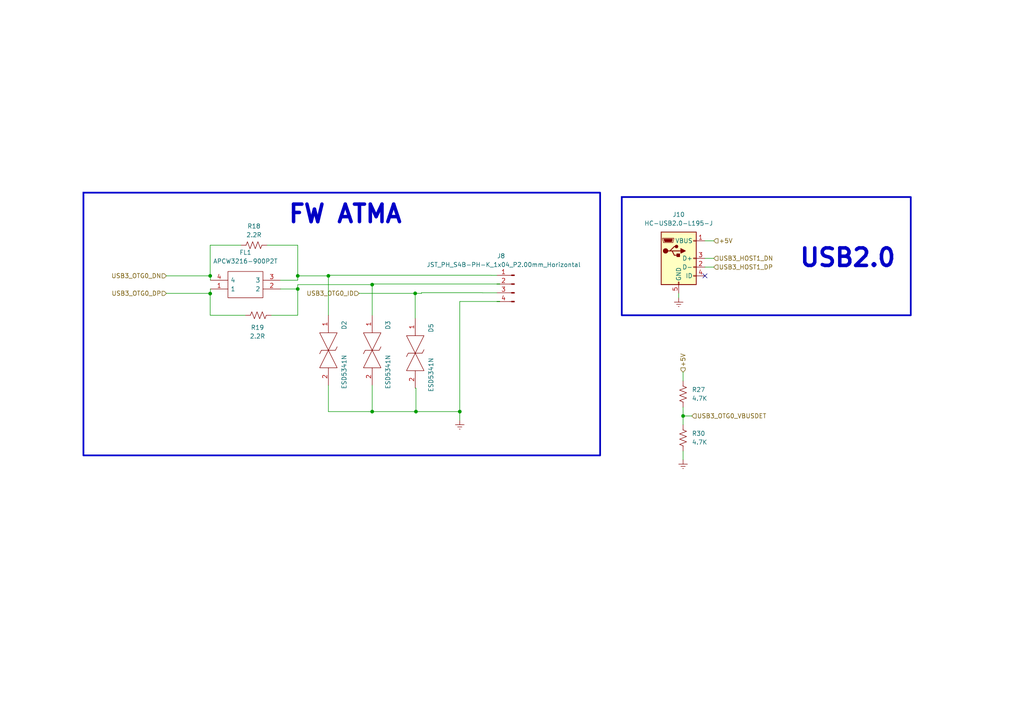
<source format=kicad_sch>
(kicad_sch (version 20231120) (generator "eeschema") (generator_version "8.0")
  (paper "A4")
  (lib_symbols
    (symbol "Connector:Conn_01x04_Pin" (pin_names (offset 1.016) hide)
      (property "Reference" "J" (at 0 5.08 0))
      (property "Value" "Conn_01x04_Pin" (at 0 -7.62 0))
      (symbol "Conn_01x04_Pin_1_1"
        (polyline (pts (xy 1.27 -5.08) (xy 0.8636 -5.08)) (stroke (width 0.1524)))
        (polyline (pts (xy 1.27 -2.54) (xy 0.8636 -2.54)) (stroke (width 0.1524)))
        (polyline (pts (xy 1.27 0) (xy 0.8636 0)) (stroke (width 0.1524)))
        (polyline (pts (xy 1.27 2.54) (xy 0.8636 2.54)) (stroke (width 0.1524)))
        (rectangle (start 0.8636 -4.953) (end 0 -5.207) (stroke (width 0.1524)) (fill (type outline)))
        (rectangle (start 0.8636 -2.413) (end 0 -2.667) (stroke (width 0.1524)) (fill (type outline)))
        (rectangle (start 0.8636 0.127) (end 0 -0.127) (stroke (width 0.1524)) (fill (type outline)))
        (rectangle (start 0.8636 2.667) (end 0 2.413) (stroke (width 0.1524)) (fill (type outline)))
        (pin passive line (at 5.08 2.54 180) (length 3.81) (name "Pin_1") (number "1"))
        (pin passive line (at 5.08 0 180) (length 3.81) (name "Pin_2") (number "2"))
        (pin passive line (at 5.08 -2.54 180) (length 3.81) (name "Pin_3") (number "3"))
        (pin passive line (at 5.08 -5.08 180) (length 3.81) (name "Pin_4") (number "4"))
      )
    )
    (symbol "Connector:USB_B_Mini" (pin_names (offset 1.016))
      (property "Reference" "J29" (at 0 12.7 0))
      (property "Value" "USB_B_Mini" (at 0 10.16 0))
      (symbol "USB_B_Mini_0_1"
        (rectangle (start -5.08 -7.62) (end 5.08 7.62) (stroke (width 0.254)) (fill (type background)))
        (circle (center -3.81 2.159) (radius 0.635) (stroke (width 0.254)) (fill (type outline)))
        (circle (center -0.635 3.429) (radius 0.381) (stroke (width 0.254)) (fill (type outline)))
        (rectangle (start -0.127 -7.62) (end 0.127 -6.858))
        (polyline (pts (xy -1.905 2.159) (xy 0.635 2.159)) (stroke (width 0.254)))
        (polyline (pts (xy -3.175 2.159) (xy -2.54 2.159) (xy -1.27 3.429) (xy -0.635 3.429)) (stroke (width 0.254)))
        (polyline (pts (xy -2.54 2.159) (xy -1.905 2.159) (xy -1.27 0.889) (xy 0 0.889)) (stroke (width 0.254)))
        (polyline (pts (xy 0.635 2.794) (xy 0.635 1.524) (xy 1.905 2.159) (xy 0.635 2.794)) (stroke (width 0.254)) (fill (type outline)))
        (polyline (pts (xy -4.318 5.588) (xy -1.778 5.588) (xy -2.032 4.826) (xy -4.064 4.826) (xy -4.318 5.588)) (fill (type outline)))
        (polyline (pts (xy -4.699 5.842) (xy -4.699 5.588) (xy -4.445 4.826) (xy -4.445 4.572) (xy -1.651 4.572) (xy -1.651 4.826) (xy -1.397 5.588) (xy -1.397 5.842) (xy -4.699 5.842)))
        (rectangle (start 0.254 1.27) (end -0.508 0.508) (stroke (width 0.254)) (fill (type outline)))
        (rectangle (start 5.08 -5.207) (end 4.318 -4.953))
        (rectangle (start 5.08 -2.667) (end 4.318 -2.413))
        (rectangle (start 5.08 -0.127) (end 4.318 0.127))
        (rectangle (start 5.08 4.953) (end 4.318 5.207))
      )
      (symbol "USB_B_Mini_1_1"
        (pin power_out line (at 7.62 5.08 180) (length 2.54) (name "VBUS") (number "1"))
        (pin bidirectional line (at 7.62 -2.54 180) (length 2.54) (name "D-") (number "2"))
        (pin bidirectional line (at 7.62 0 180) (length 2.54) (name "D+") (number "3"))
        (pin passive line (at 7.62 -5.08 180) (length 2.54) (name "ID") (number "4"))
        (pin power_out line (at 0 -10.16 90) (length 2.54) (name "GND") (number "5"))
      )
    )
    (symbol "DLW31SN900SQ2L:DLW31SN900SQ2L" (pin_names (offset 0.762))
      (property "Reference" "FL" (at 16.51 7.62 0))
      (property "Value" "DLW31SN900SQ2L" (at 16.51 5.08 0))
      (symbol "DLW31SN900SQ2L_0_0"
        (pin passive line (at 0 -2.54 0) (length 5.08) (name "1") (number "1"))
        (pin passive line (at 20.32 -2.54 180) (length 5.08) (name "2") (number "2"))
        (pin passive line (at 20.32 0 180) (length 5.08) (name "3") (number "3"))
        (pin passive line (at 0 0 0) (length 5.08) (name "4") (number "4"))
      )
      (symbol "DLW31SN900SQ2L_0_1"
        (polyline (pts (xy 5.08 2.54) (xy 15.24 2.54) (xy 15.24 -5.08) (xy 5.08 -5.08) (xy 5.08 2.54)) (stroke (width 0.1524)))
      )
    )
    (symbol "Device:R_US" (pin_numbers hide) (pin_names (offset 0))
      (property "Reference" "R" (at 2.54 0 90))
      (property "Value" "R_US" (at -2.54 0 90))
      (symbol "R_US_0_1"
        (polyline (pts (xy 0 -2.286) (xy 0 -2.54)))
        (polyline (pts (xy 0 2.286) (xy 0 2.54)))
        (polyline (pts (xy 0 -0.762) (xy 1.016 -1.143) (xy 0 -1.524) (xy -1.016 -1.905) (xy 0 -2.286)))
        (polyline (pts (xy 0 0.762) (xy 1.016 0.381) (xy 0 0) (xy -1.016 -0.381) (xy 0 -0.762)))
        (polyline (pts (xy 0 2.286) (xy 1.016 1.905) (xy 0 1.524) (xy -1.016 1.143) (xy 0 0.762)))
      )
      (symbol "R_US_1_1"
        (pin passive line (at 0 3.81 270) (length 1.27) (name "~") (number "1"))
        (pin passive line (at 0 -3.81 90) (length 1.27) (name "~") (number "2"))
      )
    )
    (symbol "SP0402B-ULC-01ETG:SP0402B-ULC-01ETG" (pin_names (offset 0.762))
      (property "Reference" "D" (at 12.7 8.89 0))
      (property "Value" "SP0402B-ULC-01ETG" (at 12.7 6.35 0))
      (symbol "SP0402B-ULC-01ETG_0_0"
        (pin passive line (at 0 0 0) (length 5.08) (name "~") (number "1"))
        (pin passive line (at 20.32 0 180) (length 5.08) (name "~") (number "2"))
      )
      (symbol "SP0402B-ULC-01ETG_0_1"
        (polyline (pts (xy 9.144 2.54) (xy 10.16 2.032)) (stroke (width 0.1524)))
        (polyline (pts (xy 10.16 -2.032) (xy 10.16 2.032)) (stroke (width 0.1524)))
        (polyline (pts (xy 10.16 -2.032) (xy 11.176 -2.54)) (stroke (width 0.1524)))
        (polyline (pts (xy 10.16 0) (xy 5.08 -2.54) (xy 5.08 2.54) (xy 10.16 0)) (stroke (width 0.1524)))
        (polyline (pts (xy 10.16 0) (xy 15.24 -2.54) (xy 15.24 2.54) (xy 10.16 0)) (stroke (width 0.1524)))
      )
    )
    (symbol "power:Earth" (power) (pin_names (offset 0))
      (symbol "Earth_0_1"
        (polyline (pts (xy -0.635 -1.905) (xy 0.635 -1.905)))
        (polyline (pts (xy -0.127 -2.54) (xy 0.127 -2.54)))
        (polyline (pts (xy 0 -1.27) (xy 0 0)))
        (polyline (pts (xy 1.27 -1.27) (xy -1.27 -1.27)))
      )
      (symbol "Earth_1_1"
        (pin power_in line (at 0 0 270) (length 0) hide (name "Earth") (number "1"))
      )
    )
  )
  (junction (at 86.36 83.821))
  (junction (at 60.96 80.01))
  (junction (at 60.96 85.1528))
  (junction (at 95.25 80.01))
  (junction (at 107.95 119.38))
  (junction (at 120.4199 85.09))
  (junction (at 86.36 80.01))
  (junction (at 133.35 119.38))
  (junction (at 107.95 82.55))
  (junction (at 198.12 120.65))
  (junction (at 120.6443 119.38))
  (no_connect (at 204.47 80.01))
  (wire (pts (xy 133.35 87.4483) (xy 144.9353 87.4483)))
  (wire (pts (xy 196.85 85.09) (xy 196.85 86.36)))
  (wire (pts (xy 198.12 118.11) (xy 198.12 120.65)))
  (wire (pts (xy 95.25 79.8283) (xy 95.25 80.01)))
  (wire (pts (xy 207.01 77.47) (xy 204.47 77.47)))
  (wire (pts (xy 107.95 82.3683) (xy 144.9353 82.3683)))
  (wire (pts (xy 77.47 71.12) (xy 86.36 71.12)))
  (wire (pts (xy 95.25 119.38) (xy 95.25 111.76)))
  (wire (pts (xy 133.35 119.38) (xy 133.35 121.92)))
  (wire (pts (xy 60.96 91.44) (xy 60.96 85.1528)))
  (wire (pts (xy 86.36 91.44) (xy 78.74 91.44)))
  (wire (pts (xy 198.12 130.81) (xy 198.12 133.35)))
  (wire (pts (xy 142.4952 79.8494) (xy 144.1337 79.8494)))
  (wire (pts (xy 86.36 83.821) (xy 86.36 91.44)))
  (wire (pts (xy 107.95 82.55) (xy 107.95 91.44)))
  (wire (pts (xy 60.96 85.1528) (xy 60.96 85.09)))
  (wire (pts (xy 71.12 91.44) (xy 60.96 91.44)))
  (wire (pts (xy 95.25 119.38) (xy 107.95 119.38)))
  (wire (pts (xy 60.96 71.12) (xy 60.96 80.01)))
  (wire (pts (xy 133.35 87.4483) (xy 133.35 119.38)))
  (wire (pts (xy 122.2387 84.9083) (xy 139.9552 84.9083)))
  (wire (pts (xy 120.6443 119.38) (xy 120.6443 112.5943)))
  (wire (pts (xy 120.4199 85.09) (xy 120.4199 92.2743)))
  (wire (pts (xy 120.4199 92.2743) (xy 120.4368 92.2743)))
  (wire (pts (xy 86.36 81.281) (xy 86.36 80.01)))
  (wire (pts (xy 144.9353 82.3894) (xy 144.1337 82.3894)))
  (wire (pts (xy 144.9353 82.3683) (xy 144.9353 82.3894)))
  (wire (pts (xy 48.26 85.09) (xy 60.96 85.09)))
  (wire (pts (xy 207.01 74.93) (xy 204.47 74.93)))
  (wire (pts (xy 139.9552 84.9294) (xy 144.1337 84.9294)))
  (wire (pts (xy 69.85 71.12) (xy 60.96 71.12)))
  (wire (pts (xy 198.12 107.95) (xy 198.12 110.49)))
  (wire (pts (xy 207.01 69.85) (xy 204.47 69.85)))
  (wire (pts (xy 122.2387 84.9083) (xy 122.2387 85.09)))
  (wire (pts (xy 61.03 80.01) (xy 60.96 80.01)))
  (wire (pts (xy 107.95 119.38) (xy 120.6443 119.38)))
  (wire (pts (xy 120.6443 112.5943) (xy 120.4368 112.5943)))
  (wire (pts (xy 95.25 80.01) (xy 95.25 91.44)))
  (wire (pts (xy 198.12 120.65) (xy 198.12 123.19)))
  (wire (pts (xy 61.03 81.281) (xy 61.03 80.01)))
  (wire (pts (xy 122.2387 85.09) (xy 120.4199 85.09)))
  (wire (pts (xy 142.4952 79.8283) (xy 142.4952 79.8494)))
  (wire (pts (xy 144.9353 87.4483) (xy 144.9353 87.4694)))
  (wire (pts (xy 104.14 85.09) (xy 120.4199 85.09)))
  (wire (pts (xy 81.35 83.821) (xy 86.36 83.821)))
  (wire (pts (xy 95.25 79.8283) (xy 142.4952 79.8283)))
  (wire (pts (xy 61.03 85.1528) (xy 60.96 85.1528)))
  (wire (pts (xy 120.6443 119.38) (xy 133.35 119.38)))
  (wire (pts (xy 48.26 80.01) (xy 60.96 80.01)))
  (wire (pts (xy 61.03 83.821) (xy 61.03 85.1528)))
  (wire (pts (xy 200.66 120.65) (xy 198.12 120.65)))
  (wire (pts (xy 81.35 81.281) (xy 86.36 81.281)))
  (wire (pts (xy 139.9552 84.9083) (xy 139.9552 84.9294)))
  (wire (pts (xy 107.95 82.55) (xy 86.36 82.55)))
  (wire (pts (xy 144.9353 87.4694) (xy 144.1337 87.4694)))
  (wire (pts (xy 86.36 82.55) (xy 86.36 83.821)))
  (wire (pts (xy 107.95 119.38) (xy 107.95 111.76)))
  (wire (pts (xy 107.95 82.3683) (xy 107.95 82.55)))
  (wire (pts (xy 86.36 71.12) (xy 86.36 80.01)))
  (wire (pts (xy 86.36 80.01) (xy 95.25 80.01)))
  (rectangle (start 180.34 57.15) (end 264.16 91.44) (stroke (width 0.5)))
  (rectangle (start 24.2 55.881) (end 174.06 132.081) (stroke (width 0.5)))
  (text "USB2.0" (at 245.872 74.93 0) (effects (font (size 5.08 5.08) (bold yes))))
  (text "FW ATMA" (at 100.146 62.231 0) (effects (font (size 5.08 5.08) (bold yes))))
  (hierarchical_label "USB3_OTG0_DP" (shape input) (at 48.26 85.09 180))
  (hierarchical_label "USB3_HOST1_DP" (shape input) (at 207.01 77.47 0))
  (hierarchical_label "USB3_OTG0_VBUSDET" (shape input) (at 200.66 120.65 0))
  (hierarchical_label "USB3_OTG0_ID" (shape input) (at 104.14 85.09 180))
  (hierarchical_label "+5V" (shape input) (at 207.01 69.85 0))
  (hierarchical_label "+5V" (shape input) (at 198.12 107.95 90))
  (hierarchical_label "USB3_HOST1_DN" (shape input) (at 207.01 74.93 0))
  (hierarchical_label "USB3_OTG0_DN" (shape input) (at 48.26 80.01 180))
  (symbol (lib_id "Connector:Conn_01x04_Pin") (at 149.2137 82.3894 0) (mirror y) (unit 1)
    (property "Reference" "J8" (at 145.3288 74.2403 0))
    (property "Value" "JST_PH_S4B-PH-K_1x04_P2.00mm_Horizontal" (at 146.0908 76.7803 0))
    (property "Footprint" "Connector_JST:JST_PH_S4B-PH-K_1x04_P2.00mm_Horizontal" (effects (hide yes)))
    (property "Description" "Generic connector, single row, 01x04, script generated" (effects (hide yes)))
  )
  (symbol (lib_id "Device:R_US") (at 73.66 71.12 90) (unit 1)
    (property "Reference" "R18" (at 73.66 65.6043 90))
    (property "Value" "2.2R" (at 73.66 68.1443 90))
    (property "Footprint" "Resistor_SMD:R_0402_1005Metric" (effects (hide yes)))
    (property "Description" "Resistor, US symbol" (effects (hide yes)))
    (property "MPN" "0402WGF220KTCE" (effects (hide yes)))
  )
  (symbol (lib_id "SP0402B-ULC-01ETG:SP0402B-ULC-01ETG") (at 120.4368 92.2743 270) (unit 1)
    (property "Reference" "D5" (at 125.0088 93.7983 0) (effects (justify left)))
    (property "Value" "ESD5341N" (at 125.0088 103.7043 0) (effects (justify left)))
    (property "Footprint" "Footprint Library:ESD5341N" (effects (hide yes)))
    (property "Datasheet" "https://www.mouser.com/datasheet/2/240/Littelfuse_TVS_Diode_Array_Ultra_Low_Capacitance_D-1021420.pdf" (effects (hide yes)))
    (property "Description" "ESD Suppressors / TVS Diodes 5V .13pF 20kV" (effects (hide yes)))
    (property "Manufacturer_Name" "LITTELFUSE" (effects (hide yes)))
    (property "Manufacturer_Part_Number" "SP0402B-ULC-01ETG" (effects (hide yes)))
    (property "Mouser Part Number" "576-SP0402BULC-01ETG" (effects (hide yes)))
    (property "Mouser Price/Stock" "https://www.mouser.co.uk/ProductDetail/Littelfuse/SP0402B-ULC-01ETG?qs=lM4gFlnEeENx4cnTNlk34g%3D%3D" (effects (hide yes)))
    (property "Arrow Part Number" "SP0402B-ULC-01ETG" (effects (hide yes)))
    (property "Arrow Price/Stock" "https://www.arrow.com/en/products/sp0402b-ulc-01etg/littelfuse?region=nac" (effects (hide yes)))
    (property "MPN" "ESD5341N" (effects (hide yes)))
  )
  (symbol (lib_id "power:Earth") (at 198.12 133.35 0) (unit 1)
    (property "Reference" "#PWR010" (effects (hide yes)))
    (property "Value" "Earth" (effects (hide yes)))
    (property "Description" "Power symbol creates a global label with name \"Earth\"" (effects (hide yes)))
  )
  (symbol (lib_id "SP0402B-ULC-01ETG:SP0402B-ULC-01ETG") (at 95.25 91.44 270) (unit 1)
    (property "Reference" "D2" (at 99.822 92.964 0) (effects (justify left)))
    (property "Value" "ESD5341N" (at 99.822 102.87 0) (effects (justify left)))
    (property "Footprint" "Footprint Library:ESD5341N" (effects (hide yes)))
    (property "Datasheet" "https://www.mouser.com/datasheet/2/240/Littelfuse_TVS_Diode_Array_Ultra_Low_Capacitance_D-1021420.pdf" (effects (hide yes)))
    (property "Description" "ESD Suppressors / TVS Diodes 5V .13pF 20kV" (effects (hide yes)))
    (property "Manufacturer_Name" "LITTELFUSE" (effects (hide yes)))
    (property "Manufacturer_Part_Number" "SP0402B-ULC-01ETG" (effects (hide yes)))
    (property "Mouser Part Number" "576-SP0402BULC-01ETG" (effects (hide yes)))
    (property "Mouser Price/Stock" "https://www.mouser.co.uk/ProductDetail/Littelfuse/SP0402B-ULC-01ETG?qs=lM4gFlnEeENx4cnTNlk34g%3D%3D" (effects (hide yes)))
    (property "Arrow Part Number" "SP0402B-ULC-01ETG" (effects (hide yes)))
    (property "Arrow Price/Stock" "https://www.arrow.com/en/products/sp0402b-ulc-01etg/littelfuse?region=nac" (effects (hide yes)))
    (property "MPN" "ESD5341N" (effects (hide yes)))
  )
  (symbol (lib_id "DLW31SN900SQ2L:DLW31SN900SQ2L") (at 61.03 81.281 0) (unit 1)
    (property "Reference" "FL1" (at 71.19 73.2243 0))
    (property "Value" "APCW3216-900P2T" (at 71.19 75.7643 0))
    (property "Footprint" "DLW31SN900SQ2L:DLW31SH222SQ2L" (effects (hide yes)))
    (property "Datasheet" "https://www.murata.com/en-us/products/productdetail?partno=DLW31SN900SQ2%23" (effects (hide yes)))
    (property "Description" "Common mode choke SMD 1206 370mA 90R Murata DLW31S Series Wire-wound SMD Inductor +/-25% Wire-Wound 370mA Idc" (effects (hide yes)))
    (property "Height" "2.1" (effects (hide yes)))
    (property "Manufacturer_Name" "Murata Electronics" (effects (hide yes)))
    (property "Manufacturer_Part_Number" "DLW31SN900SQ2L" (effects (hide yes)))
    (property "Mouser Part Number" "81-DLW31SN900SQ2L" (effects (hide yes)))
    (property "Mouser Price/Stock" "https://www.mouser.co.uk/ProductDetail/Murata-Electronics/DLW31SN900SQ2L?qs=MvDi5e8ZjmVQKH%2F%2FPPGwmg%3D%3D" (effects (hide yes)))
    (property "Arrow Part Number" "DLW31SN900SQ2L" (effects (hide yes)))
    (property "Arrow Price/Stock" "https://www.arrow.com/en/products/dlw31sn900sq2l/murata-manufacturing?region=nac" (effects (hide yes)))
    (property "MPN" "APCW3216-900P2T" (effects (hide yes)))
  )
  (symbol (lib_id "SP0402B-ULC-01ETG:SP0402B-ULC-01ETG") (at 107.95 91.44 270) (unit 1)
    (property "Reference" "D3" (at 112.522 92.964 0) (effects (justify left)))
    (property "Value" "ESD5341N" (at 112.522 102.87 0) (effects (justify left)))
    (property "Footprint" "Footprint Library:ESD5341N" (effects (hide yes)))
    (property "Datasheet" "https://www.mouser.com/datasheet/2/240/Littelfuse_TVS_Diode_Array_Ultra_Low_Capacitance_D-1021420.pdf" (effects (hide yes)))
    (property "Description" "ESD Suppressors / TVS Diodes 5V .13pF 20kV" (effects (hide yes)))
    (property "Manufacturer_Name" "LITTELFUSE" (effects (hide yes)))
    (property "Manufacturer_Part_Number" "SP0402B-ULC-01ETG" (effects (hide yes)))
    (property "Mouser Part Number" "576-SP0402BULC-01ETG" (effects (hide yes)))
    (property "Mouser Price/Stock" "https://www.mouser.co.uk/ProductDetail/Littelfuse/SP0402B-ULC-01ETG?qs=lM4gFlnEeENx4cnTNlk34g%3D%3D" (effects (hide yes)))
    (property "Arrow Part Number" "SP0402B-ULC-01ETG" (effects (hide yes)))
    (property "Arrow Price/Stock" "https://www.arrow.com/en/products/sp0402b-ulc-01etg/littelfuse?region=nac" (effects (hide yes)))
    (property "MPN" "ESD5341N" (effects (hide yes)))
  )
  (symbol (lib_id "power:Earth") (at 133.35 121.92 0) (unit 1)
    (property "Reference" "#PWR08" (effects (hide yes)))
    (property "Value" "Earth" (effects (hide yes)))
    (property "Description" "Power symbol creates a global label with name \"Earth\"" (effects (hide yes)))
  )
  (symbol (lib_id "power:Earth") (at 196.85 86.36 0) (unit 1)
    (property "Reference" "#PWR09" (effects (hide yes)))
    (property "Value" "Earth" (effects (hide yes)))
    (property "Description" "Power symbol creates a global label with name \"Earth\"" (effects (hide yes)))
  )
  (symbol (lib_id "Device:R_US") (at 74.93 91.44 90) (unit 1)
    (property "Reference" "R19" (at 74.676 94.996 90))
    (property "Value" "2.2R" (at 74.676 97.536 90))
    (property "Footprint" "Resistor_SMD:R_0402_1005Metric" (effects (hide yes)))
    (property "Description" "Resistor, US symbol" (effects (hide yes)))
    (property "MPN" "0402WGF220KTCE" (effects (hide yes)))
  )
  (symbol (lib_id "Connector:USB_B_Mini") (at 196.85 74.93 0) (unit 1)
    (property "Reference" "J10" (at 196.85 62.23 0))
    (property "Value" "HC-USB2.0-L195-J" (at 196.85 64.77 0))
    (property "Footprint" "Connector_USB:USB_A_Molex_67643_Horizontal" (effects (hide yes)))
    (property "Description" "HC-USB2.0-L195-J" (effects (hide yes)))
  )
  (symbol (lib_id "Device:R_US") (at 198.12 127 0) (unit 1)
    (property "Reference" "R30" (at 200.66 125.7299 0) (effects (justify left)))
    (property "Value" "4.7K" (at 200.66 128.2699 0) (effects (justify left)))
    (property "Footprint" "Resistor_SMD:R_0603_1608Metric" (effects (hide yes)))
    (property "Description" "Resistor, US symbol" (effects (hide yes)))
    (property "MPN" "0603WAF4701T5E" (effects (hide yes)))
  )
  (symbol (lib_id "Device:R_US") (at 198.12 114.3 0) (unit 1)
    (property "Reference" "R27" (at 200.66 113.0299 0) (effects (justify left)))
    (property "Value" "4.7K" (at 200.66 115.5699 0) (effects (justify left)))
    (property "Footprint" "Resistor_SMD:R_0603_1608Metric" (effects (hide yes)))
    (property "Description" "Resistor, US symbol" (effects (hide yes)))
    (property "MPN" "0603WAF4701T5E" (effects (hide yes)))
  )
)
</source>
